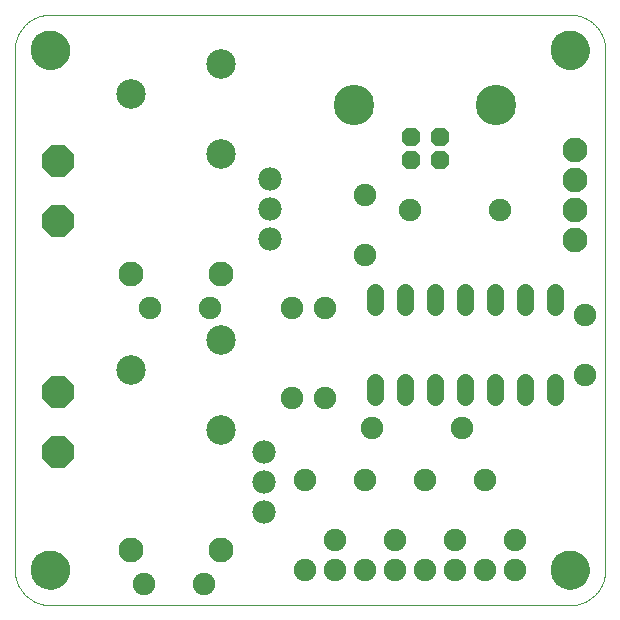
<source format=gbs>
G75*
%MOIN*%
%OFA0B0*%
%FSLAX25Y25*%
%IPPOS*%
%LPD*%
%AMOC8*
5,1,8,0,0,1.08239X$1,22.5*
%
%ADD10C,0.00000*%
%ADD11C,0.12998*%
%ADD12C,0.07487*%
%ADD13C,0.05600*%
%ADD14OC8,0.06140*%
%ADD15C,0.13455*%
%ADD16C,0.08274*%
%ADD17C,0.09849*%
%ADD18OC8,0.10400*%
%ADD19C,0.07800*%
D10*
X0005724Y0017535D02*
X0005724Y0190764D01*
X0011236Y0190764D02*
X0011238Y0190922D01*
X0011244Y0191080D01*
X0011254Y0191238D01*
X0011268Y0191396D01*
X0011286Y0191553D01*
X0011307Y0191710D01*
X0011333Y0191866D01*
X0011363Y0192022D01*
X0011396Y0192177D01*
X0011434Y0192330D01*
X0011475Y0192483D01*
X0011520Y0192635D01*
X0011569Y0192786D01*
X0011622Y0192935D01*
X0011678Y0193083D01*
X0011738Y0193229D01*
X0011802Y0193374D01*
X0011870Y0193517D01*
X0011941Y0193659D01*
X0012015Y0193799D01*
X0012093Y0193936D01*
X0012175Y0194072D01*
X0012259Y0194206D01*
X0012348Y0194337D01*
X0012439Y0194466D01*
X0012534Y0194593D01*
X0012631Y0194718D01*
X0012732Y0194840D01*
X0012836Y0194959D01*
X0012943Y0195076D01*
X0013053Y0195190D01*
X0013166Y0195301D01*
X0013281Y0195410D01*
X0013399Y0195515D01*
X0013520Y0195617D01*
X0013643Y0195717D01*
X0013769Y0195813D01*
X0013897Y0195906D01*
X0014027Y0195996D01*
X0014160Y0196082D01*
X0014295Y0196166D01*
X0014431Y0196245D01*
X0014570Y0196322D01*
X0014711Y0196394D01*
X0014853Y0196464D01*
X0014997Y0196529D01*
X0015143Y0196591D01*
X0015290Y0196649D01*
X0015439Y0196704D01*
X0015589Y0196755D01*
X0015740Y0196802D01*
X0015892Y0196845D01*
X0016045Y0196884D01*
X0016200Y0196920D01*
X0016355Y0196951D01*
X0016511Y0196979D01*
X0016667Y0197003D01*
X0016824Y0197023D01*
X0016982Y0197039D01*
X0017139Y0197051D01*
X0017298Y0197059D01*
X0017456Y0197063D01*
X0017614Y0197063D01*
X0017772Y0197059D01*
X0017931Y0197051D01*
X0018088Y0197039D01*
X0018246Y0197023D01*
X0018403Y0197003D01*
X0018559Y0196979D01*
X0018715Y0196951D01*
X0018870Y0196920D01*
X0019025Y0196884D01*
X0019178Y0196845D01*
X0019330Y0196802D01*
X0019481Y0196755D01*
X0019631Y0196704D01*
X0019780Y0196649D01*
X0019927Y0196591D01*
X0020073Y0196529D01*
X0020217Y0196464D01*
X0020359Y0196394D01*
X0020500Y0196322D01*
X0020639Y0196245D01*
X0020775Y0196166D01*
X0020910Y0196082D01*
X0021043Y0195996D01*
X0021173Y0195906D01*
X0021301Y0195813D01*
X0021427Y0195717D01*
X0021550Y0195617D01*
X0021671Y0195515D01*
X0021789Y0195410D01*
X0021904Y0195301D01*
X0022017Y0195190D01*
X0022127Y0195076D01*
X0022234Y0194959D01*
X0022338Y0194840D01*
X0022439Y0194718D01*
X0022536Y0194593D01*
X0022631Y0194466D01*
X0022722Y0194337D01*
X0022811Y0194206D01*
X0022895Y0194072D01*
X0022977Y0193936D01*
X0023055Y0193799D01*
X0023129Y0193659D01*
X0023200Y0193517D01*
X0023268Y0193374D01*
X0023332Y0193229D01*
X0023392Y0193083D01*
X0023448Y0192935D01*
X0023501Y0192786D01*
X0023550Y0192635D01*
X0023595Y0192483D01*
X0023636Y0192330D01*
X0023674Y0192177D01*
X0023707Y0192022D01*
X0023737Y0191866D01*
X0023763Y0191710D01*
X0023784Y0191553D01*
X0023802Y0191396D01*
X0023816Y0191238D01*
X0023826Y0191080D01*
X0023832Y0190922D01*
X0023834Y0190764D01*
X0023832Y0190606D01*
X0023826Y0190448D01*
X0023816Y0190290D01*
X0023802Y0190132D01*
X0023784Y0189975D01*
X0023763Y0189818D01*
X0023737Y0189662D01*
X0023707Y0189506D01*
X0023674Y0189351D01*
X0023636Y0189198D01*
X0023595Y0189045D01*
X0023550Y0188893D01*
X0023501Y0188742D01*
X0023448Y0188593D01*
X0023392Y0188445D01*
X0023332Y0188299D01*
X0023268Y0188154D01*
X0023200Y0188011D01*
X0023129Y0187869D01*
X0023055Y0187729D01*
X0022977Y0187592D01*
X0022895Y0187456D01*
X0022811Y0187322D01*
X0022722Y0187191D01*
X0022631Y0187062D01*
X0022536Y0186935D01*
X0022439Y0186810D01*
X0022338Y0186688D01*
X0022234Y0186569D01*
X0022127Y0186452D01*
X0022017Y0186338D01*
X0021904Y0186227D01*
X0021789Y0186118D01*
X0021671Y0186013D01*
X0021550Y0185911D01*
X0021427Y0185811D01*
X0021301Y0185715D01*
X0021173Y0185622D01*
X0021043Y0185532D01*
X0020910Y0185446D01*
X0020775Y0185362D01*
X0020639Y0185283D01*
X0020500Y0185206D01*
X0020359Y0185134D01*
X0020217Y0185064D01*
X0020073Y0184999D01*
X0019927Y0184937D01*
X0019780Y0184879D01*
X0019631Y0184824D01*
X0019481Y0184773D01*
X0019330Y0184726D01*
X0019178Y0184683D01*
X0019025Y0184644D01*
X0018870Y0184608D01*
X0018715Y0184577D01*
X0018559Y0184549D01*
X0018403Y0184525D01*
X0018246Y0184505D01*
X0018088Y0184489D01*
X0017931Y0184477D01*
X0017772Y0184469D01*
X0017614Y0184465D01*
X0017456Y0184465D01*
X0017298Y0184469D01*
X0017139Y0184477D01*
X0016982Y0184489D01*
X0016824Y0184505D01*
X0016667Y0184525D01*
X0016511Y0184549D01*
X0016355Y0184577D01*
X0016200Y0184608D01*
X0016045Y0184644D01*
X0015892Y0184683D01*
X0015740Y0184726D01*
X0015589Y0184773D01*
X0015439Y0184824D01*
X0015290Y0184879D01*
X0015143Y0184937D01*
X0014997Y0184999D01*
X0014853Y0185064D01*
X0014711Y0185134D01*
X0014570Y0185206D01*
X0014431Y0185283D01*
X0014295Y0185362D01*
X0014160Y0185446D01*
X0014027Y0185532D01*
X0013897Y0185622D01*
X0013769Y0185715D01*
X0013643Y0185811D01*
X0013520Y0185911D01*
X0013399Y0186013D01*
X0013281Y0186118D01*
X0013166Y0186227D01*
X0013053Y0186338D01*
X0012943Y0186452D01*
X0012836Y0186569D01*
X0012732Y0186688D01*
X0012631Y0186810D01*
X0012534Y0186935D01*
X0012439Y0187062D01*
X0012348Y0187191D01*
X0012259Y0187322D01*
X0012175Y0187456D01*
X0012093Y0187592D01*
X0012015Y0187729D01*
X0011941Y0187869D01*
X0011870Y0188011D01*
X0011802Y0188154D01*
X0011738Y0188299D01*
X0011678Y0188445D01*
X0011622Y0188593D01*
X0011569Y0188742D01*
X0011520Y0188893D01*
X0011475Y0189045D01*
X0011434Y0189198D01*
X0011396Y0189351D01*
X0011363Y0189506D01*
X0011333Y0189662D01*
X0011307Y0189818D01*
X0011286Y0189975D01*
X0011268Y0190132D01*
X0011254Y0190290D01*
X0011244Y0190448D01*
X0011238Y0190606D01*
X0011236Y0190764D01*
X0005724Y0190764D02*
X0005727Y0191049D01*
X0005738Y0191335D01*
X0005755Y0191620D01*
X0005779Y0191904D01*
X0005810Y0192188D01*
X0005848Y0192471D01*
X0005893Y0192752D01*
X0005944Y0193033D01*
X0006002Y0193313D01*
X0006067Y0193591D01*
X0006139Y0193867D01*
X0006217Y0194141D01*
X0006302Y0194414D01*
X0006394Y0194684D01*
X0006492Y0194952D01*
X0006596Y0195218D01*
X0006707Y0195481D01*
X0006824Y0195741D01*
X0006947Y0195999D01*
X0007077Y0196253D01*
X0007213Y0196504D01*
X0007354Y0196752D01*
X0007502Y0196996D01*
X0007655Y0197237D01*
X0007815Y0197473D01*
X0007980Y0197706D01*
X0008150Y0197935D01*
X0008326Y0198160D01*
X0008508Y0198380D01*
X0008694Y0198596D01*
X0008886Y0198807D01*
X0009083Y0199014D01*
X0009285Y0199216D01*
X0009492Y0199413D01*
X0009703Y0199605D01*
X0009919Y0199791D01*
X0010139Y0199973D01*
X0010364Y0200149D01*
X0010593Y0200319D01*
X0010826Y0200484D01*
X0011062Y0200644D01*
X0011303Y0200797D01*
X0011547Y0200945D01*
X0011795Y0201086D01*
X0012046Y0201222D01*
X0012300Y0201352D01*
X0012558Y0201475D01*
X0012818Y0201592D01*
X0013081Y0201703D01*
X0013347Y0201807D01*
X0013615Y0201905D01*
X0013885Y0201997D01*
X0014158Y0202082D01*
X0014432Y0202160D01*
X0014708Y0202232D01*
X0014986Y0202297D01*
X0015266Y0202355D01*
X0015547Y0202406D01*
X0015828Y0202451D01*
X0016111Y0202489D01*
X0016395Y0202520D01*
X0016679Y0202544D01*
X0016964Y0202561D01*
X0017250Y0202572D01*
X0017535Y0202575D01*
X0190764Y0202575D01*
X0184465Y0190764D02*
X0184467Y0190922D01*
X0184473Y0191080D01*
X0184483Y0191238D01*
X0184497Y0191396D01*
X0184515Y0191553D01*
X0184536Y0191710D01*
X0184562Y0191866D01*
X0184592Y0192022D01*
X0184625Y0192177D01*
X0184663Y0192330D01*
X0184704Y0192483D01*
X0184749Y0192635D01*
X0184798Y0192786D01*
X0184851Y0192935D01*
X0184907Y0193083D01*
X0184967Y0193229D01*
X0185031Y0193374D01*
X0185099Y0193517D01*
X0185170Y0193659D01*
X0185244Y0193799D01*
X0185322Y0193936D01*
X0185404Y0194072D01*
X0185488Y0194206D01*
X0185577Y0194337D01*
X0185668Y0194466D01*
X0185763Y0194593D01*
X0185860Y0194718D01*
X0185961Y0194840D01*
X0186065Y0194959D01*
X0186172Y0195076D01*
X0186282Y0195190D01*
X0186395Y0195301D01*
X0186510Y0195410D01*
X0186628Y0195515D01*
X0186749Y0195617D01*
X0186872Y0195717D01*
X0186998Y0195813D01*
X0187126Y0195906D01*
X0187256Y0195996D01*
X0187389Y0196082D01*
X0187524Y0196166D01*
X0187660Y0196245D01*
X0187799Y0196322D01*
X0187940Y0196394D01*
X0188082Y0196464D01*
X0188226Y0196529D01*
X0188372Y0196591D01*
X0188519Y0196649D01*
X0188668Y0196704D01*
X0188818Y0196755D01*
X0188969Y0196802D01*
X0189121Y0196845D01*
X0189274Y0196884D01*
X0189429Y0196920D01*
X0189584Y0196951D01*
X0189740Y0196979D01*
X0189896Y0197003D01*
X0190053Y0197023D01*
X0190211Y0197039D01*
X0190368Y0197051D01*
X0190527Y0197059D01*
X0190685Y0197063D01*
X0190843Y0197063D01*
X0191001Y0197059D01*
X0191160Y0197051D01*
X0191317Y0197039D01*
X0191475Y0197023D01*
X0191632Y0197003D01*
X0191788Y0196979D01*
X0191944Y0196951D01*
X0192099Y0196920D01*
X0192254Y0196884D01*
X0192407Y0196845D01*
X0192559Y0196802D01*
X0192710Y0196755D01*
X0192860Y0196704D01*
X0193009Y0196649D01*
X0193156Y0196591D01*
X0193302Y0196529D01*
X0193446Y0196464D01*
X0193588Y0196394D01*
X0193729Y0196322D01*
X0193868Y0196245D01*
X0194004Y0196166D01*
X0194139Y0196082D01*
X0194272Y0195996D01*
X0194402Y0195906D01*
X0194530Y0195813D01*
X0194656Y0195717D01*
X0194779Y0195617D01*
X0194900Y0195515D01*
X0195018Y0195410D01*
X0195133Y0195301D01*
X0195246Y0195190D01*
X0195356Y0195076D01*
X0195463Y0194959D01*
X0195567Y0194840D01*
X0195668Y0194718D01*
X0195765Y0194593D01*
X0195860Y0194466D01*
X0195951Y0194337D01*
X0196040Y0194206D01*
X0196124Y0194072D01*
X0196206Y0193936D01*
X0196284Y0193799D01*
X0196358Y0193659D01*
X0196429Y0193517D01*
X0196497Y0193374D01*
X0196561Y0193229D01*
X0196621Y0193083D01*
X0196677Y0192935D01*
X0196730Y0192786D01*
X0196779Y0192635D01*
X0196824Y0192483D01*
X0196865Y0192330D01*
X0196903Y0192177D01*
X0196936Y0192022D01*
X0196966Y0191866D01*
X0196992Y0191710D01*
X0197013Y0191553D01*
X0197031Y0191396D01*
X0197045Y0191238D01*
X0197055Y0191080D01*
X0197061Y0190922D01*
X0197063Y0190764D01*
X0197061Y0190606D01*
X0197055Y0190448D01*
X0197045Y0190290D01*
X0197031Y0190132D01*
X0197013Y0189975D01*
X0196992Y0189818D01*
X0196966Y0189662D01*
X0196936Y0189506D01*
X0196903Y0189351D01*
X0196865Y0189198D01*
X0196824Y0189045D01*
X0196779Y0188893D01*
X0196730Y0188742D01*
X0196677Y0188593D01*
X0196621Y0188445D01*
X0196561Y0188299D01*
X0196497Y0188154D01*
X0196429Y0188011D01*
X0196358Y0187869D01*
X0196284Y0187729D01*
X0196206Y0187592D01*
X0196124Y0187456D01*
X0196040Y0187322D01*
X0195951Y0187191D01*
X0195860Y0187062D01*
X0195765Y0186935D01*
X0195668Y0186810D01*
X0195567Y0186688D01*
X0195463Y0186569D01*
X0195356Y0186452D01*
X0195246Y0186338D01*
X0195133Y0186227D01*
X0195018Y0186118D01*
X0194900Y0186013D01*
X0194779Y0185911D01*
X0194656Y0185811D01*
X0194530Y0185715D01*
X0194402Y0185622D01*
X0194272Y0185532D01*
X0194139Y0185446D01*
X0194004Y0185362D01*
X0193868Y0185283D01*
X0193729Y0185206D01*
X0193588Y0185134D01*
X0193446Y0185064D01*
X0193302Y0184999D01*
X0193156Y0184937D01*
X0193009Y0184879D01*
X0192860Y0184824D01*
X0192710Y0184773D01*
X0192559Y0184726D01*
X0192407Y0184683D01*
X0192254Y0184644D01*
X0192099Y0184608D01*
X0191944Y0184577D01*
X0191788Y0184549D01*
X0191632Y0184525D01*
X0191475Y0184505D01*
X0191317Y0184489D01*
X0191160Y0184477D01*
X0191001Y0184469D01*
X0190843Y0184465D01*
X0190685Y0184465D01*
X0190527Y0184469D01*
X0190368Y0184477D01*
X0190211Y0184489D01*
X0190053Y0184505D01*
X0189896Y0184525D01*
X0189740Y0184549D01*
X0189584Y0184577D01*
X0189429Y0184608D01*
X0189274Y0184644D01*
X0189121Y0184683D01*
X0188969Y0184726D01*
X0188818Y0184773D01*
X0188668Y0184824D01*
X0188519Y0184879D01*
X0188372Y0184937D01*
X0188226Y0184999D01*
X0188082Y0185064D01*
X0187940Y0185134D01*
X0187799Y0185206D01*
X0187660Y0185283D01*
X0187524Y0185362D01*
X0187389Y0185446D01*
X0187256Y0185532D01*
X0187126Y0185622D01*
X0186998Y0185715D01*
X0186872Y0185811D01*
X0186749Y0185911D01*
X0186628Y0186013D01*
X0186510Y0186118D01*
X0186395Y0186227D01*
X0186282Y0186338D01*
X0186172Y0186452D01*
X0186065Y0186569D01*
X0185961Y0186688D01*
X0185860Y0186810D01*
X0185763Y0186935D01*
X0185668Y0187062D01*
X0185577Y0187191D01*
X0185488Y0187322D01*
X0185404Y0187456D01*
X0185322Y0187592D01*
X0185244Y0187729D01*
X0185170Y0187869D01*
X0185099Y0188011D01*
X0185031Y0188154D01*
X0184967Y0188299D01*
X0184907Y0188445D01*
X0184851Y0188593D01*
X0184798Y0188742D01*
X0184749Y0188893D01*
X0184704Y0189045D01*
X0184663Y0189198D01*
X0184625Y0189351D01*
X0184592Y0189506D01*
X0184562Y0189662D01*
X0184536Y0189818D01*
X0184515Y0189975D01*
X0184497Y0190132D01*
X0184483Y0190290D01*
X0184473Y0190448D01*
X0184467Y0190606D01*
X0184465Y0190764D01*
X0190764Y0202575D02*
X0191049Y0202572D01*
X0191335Y0202561D01*
X0191620Y0202544D01*
X0191904Y0202520D01*
X0192188Y0202489D01*
X0192471Y0202451D01*
X0192752Y0202406D01*
X0193033Y0202355D01*
X0193313Y0202297D01*
X0193591Y0202232D01*
X0193867Y0202160D01*
X0194141Y0202082D01*
X0194414Y0201997D01*
X0194684Y0201905D01*
X0194952Y0201807D01*
X0195218Y0201703D01*
X0195481Y0201592D01*
X0195741Y0201475D01*
X0195999Y0201352D01*
X0196253Y0201222D01*
X0196504Y0201086D01*
X0196752Y0200945D01*
X0196996Y0200797D01*
X0197237Y0200644D01*
X0197473Y0200484D01*
X0197706Y0200319D01*
X0197935Y0200149D01*
X0198160Y0199973D01*
X0198380Y0199791D01*
X0198596Y0199605D01*
X0198807Y0199413D01*
X0199014Y0199216D01*
X0199216Y0199014D01*
X0199413Y0198807D01*
X0199605Y0198596D01*
X0199791Y0198380D01*
X0199973Y0198160D01*
X0200149Y0197935D01*
X0200319Y0197706D01*
X0200484Y0197473D01*
X0200644Y0197237D01*
X0200797Y0196996D01*
X0200945Y0196752D01*
X0201086Y0196504D01*
X0201222Y0196253D01*
X0201352Y0195999D01*
X0201475Y0195741D01*
X0201592Y0195481D01*
X0201703Y0195218D01*
X0201807Y0194952D01*
X0201905Y0194684D01*
X0201997Y0194414D01*
X0202082Y0194141D01*
X0202160Y0193867D01*
X0202232Y0193591D01*
X0202297Y0193313D01*
X0202355Y0193033D01*
X0202406Y0192752D01*
X0202451Y0192471D01*
X0202489Y0192188D01*
X0202520Y0191904D01*
X0202544Y0191620D01*
X0202561Y0191335D01*
X0202572Y0191049D01*
X0202575Y0190764D01*
X0202575Y0017535D01*
X0184465Y0017535D02*
X0184467Y0017693D01*
X0184473Y0017851D01*
X0184483Y0018009D01*
X0184497Y0018167D01*
X0184515Y0018324D01*
X0184536Y0018481D01*
X0184562Y0018637D01*
X0184592Y0018793D01*
X0184625Y0018948D01*
X0184663Y0019101D01*
X0184704Y0019254D01*
X0184749Y0019406D01*
X0184798Y0019557D01*
X0184851Y0019706D01*
X0184907Y0019854D01*
X0184967Y0020000D01*
X0185031Y0020145D01*
X0185099Y0020288D01*
X0185170Y0020430D01*
X0185244Y0020570D01*
X0185322Y0020707D01*
X0185404Y0020843D01*
X0185488Y0020977D01*
X0185577Y0021108D01*
X0185668Y0021237D01*
X0185763Y0021364D01*
X0185860Y0021489D01*
X0185961Y0021611D01*
X0186065Y0021730D01*
X0186172Y0021847D01*
X0186282Y0021961D01*
X0186395Y0022072D01*
X0186510Y0022181D01*
X0186628Y0022286D01*
X0186749Y0022388D01*
X0186872Y0022488D01*
X0186998Y0022584D01*
X0187126Y0022677D01*
X0187256Y0022767D01*
X0187389Y0022853D01*
X0187524Y0022937D01*
X0187660Y0023016D01*
X0187799Y0023093D01*
X0187940Y0023165D01*
X0188082Y0023235D01*
X0188226Y0023300D01*
X0188372Y0023362D01*
X0188519Y0023420D01*
X0188668Y0023475D01*
X0188818Y0023526D01*
X0188969Y0023573D01*
X0189121Y0023616D01*
X0189274Y0023655D01*
X0189429Y0023691D01*
X0189584Y0023722D01*
X0189740Y0023750D01*
X0189896Y0023774D01*
X0190053Y0023794D01*
X0190211Y0023810D01*
X0190368Y0023822D01*
X0190527Y0023830D01*
X0190685Y0023834D01*
X0190843Y0023834D01*
X0191001Y0023830D01*
X0191160Y0023822D01*
X0191317Y0023810D01*
X0191475Y0023794D01*
X0191632Y0023774D01*
X0191788Y0023750D01*
X0191944Y0023722D01*
X0192099Y0023691D01*
X0192254Y0023655D01*
X0192407Y0023616D01*
X0192559Y0023573D01*
X0192710Y0023526D01*
X0192860Y0023475D01*
X0193009Y0023420D01*
X0193156Y0023362D01*
X0193302Y0023300D01*
X0193446Y0023235D01*
X0193588Y0023165D01*
X0193729Y0023093D01*
X0193868Y0023016D01*
X0194004Y0022937D01*
X0194139Y0022853D01*
X0194272Y0022767D01*
X0194402Y0022677D01*
X0194530Y0022584D01*
X0194656Y0022488D01*
X0194779Y0022388D01*
X0194900Y0022286D01*
X0195018Y0022181D01*
X0195133Y0022072D01*
X0195246Y0021961D01*
X0195356Y0021847D01*
X0195463Y0021730D01*
X0195567Y0021611D01*
X0195668Y0021489D01*
X0195765Y0021364D01*
X0195860Y0021237D01*
X0195951Y0021108D01*
X0196040Y0020977D01*
X0196124Y0020843D01*
X0196206Y0020707D01*
X0196284Y0020570D01*
X0196358Y0020430D01*
X0196429Y0020288D01*
X0196497Y0020145D01*
X0196561Y0020000D01*
X0196621Y0019854D01*
X0196677Y0019706D01*
X0196730Y0019557D01*
X0196779Y0019406D01*
X0196824Y0019254D01*
X0196865Y0019101D01*
X0196903Y0018948D01*
X0196936Y0018793D01*
X0196966Y0018637D01*
X0196992Y0018481D01*
X0197013Y0018324D01*
X0197031Y0018167D01*
X0197045Y0018009D01*
X0197055Y0017851D01*
X0197061Y0017693D01*
X0197063Y0017535D01*
X0197061Y0017377D01*
X0197055Y0017219D01*
X0197045Y0017061D01*
X0197031Y0016903D01*
X0197013Y0016746D01*
X0196992Y0016589D01*
X0196966Y0016433D01*
X0196936Y0016277D01*
X0196903Y0016122D01*
X0196865Y0015969D01*
X0196824Y0015816D01*
X0196779Y0015664D01*
X0196730Y0015513D01*
X0196677Y0015364D01*
X0196621Y0015216D01*
X0196561Y0015070D01*
X0196497Y0014925D01*
X0196429Y0014782D01*
X0196358Y0014640D01*
X0196284Y0014500D01*
X0196206Y0014363D01*
X0196124Y0014227D01*
X0196040Y0014093D01*
X0195951Y0013962D01*
X0195860Y0013833D01*
X0195765Y0013706D01*
X0195668Y0013581D01*
X0195567Y0013459D01*
X0195463Y0013340D01*
X0195356Y0013223D01*
X0195246Y0013109D01*
X0195133Y0012998D01*
X0195018Y0012889D01*
X0194900Y0012784D01*
X0194779Y0012682D01*
X0194656Y0012582D01*
X0194530Y0012486D01*
X0194402Y0012393D01*
X0194272Y0012303D01*
X0194139Y0012217D01*
X0194004Y0012133D01*
X0193868Y0012054D01*
X0193729Y0011977D01*
X0193588Y0011905D01*
X0193446Y0011835D01*
X0193302Y0011770D01*
X0193156Y0011708D01*
X0193009Y0011650D01*
X0192860Y0011595D01*
X0192710Y0011544D01*
X0192559Y0011497D01*
X0192407Y0011454D01*
X0192254Y0011415D01*
X0192099Y0011379D01*
X0191944Y0011348D01*
X0191788Y0011320D01*
X0191632Y0011296D01*
X0191475Y0011276D01*
X0191317Y0011260D01*
X0191160Y0011248D01*
X0191001Y0011240D01*
X0190843Y0011236D01*
X0190685Y0011236D01*
X0190527Y0011240D01*
X0190368Y0011248D01*
X0190211Y0011260D01*
X0190053Y0011276D01*
X0189896Y0011296D01*
X0189740Y0011320D01*
X0189584Y0011348D01*
X0189429Y0011379D01*
X0189274Y0011415D01*
X0189121Y0011454D01*
X0188969Y0011497D01*
X0188818Y0011544D01*
X0188668Y0011595D01*
X0188519Y0011650D01*
X0188372Y0011708D01*
X0188226Y0011770D01*
X0188082Y0011835D01*
X0187940Y0011905D01*
X0187799Y0011977D01*
X0187660Y0012054D01*
X0187524Y0012133D01*
X0187389Y0012217D01*
X0187256Y0012303D01*
X0187126Y0012393D01*
X0186998Y0012486D01*
X0186872Y0012582D01*
X0186749Y0012682D01*
X0186628Y0012784D01*
X0186510Y0012889D01*
X0186395Y0012998D01*
X0186282Y0013109D01*
X0186172Y0013223D01*
X0186065Y0013340D01*
X0185961Y0013459D01*
X0185860Y0013581D01*
X0185763Y0013706D01*
X0185668Y0013833D01*
X0185577Y0013962D01*
X0185488Y0014093D01*
X0185404Y0014227D01*
X0185322Y0014363D01*
X0185244Y0014500D01*
X0185170Y0014640D01*
X0185099Y0014782D01*
X0185031Y0014925D01*
X0184967Y0015070D01*
X0184907Y0015216D01*
X0184851Y0015364D01*
X0184798Y0015513D01*
X0184749Y0015664D01*
X0184704Y0015816D01*
X0184663Y0015969D01*
X0184625Y0016122D01*
X0184592Y0016277D01*
X0184562Y0016433D01*
X0184536Y0016589D01*
X0184515Y0016746D01*
X0184497Y0016903D01*
X0184483Y0017061D01*
X0184473Y0017219D01*
X0184467Y0017377D01*
X0184465Y0017535D01*
X0190764Y0005724D02*
X0191049Y0005727D01*
X0191335Y0005738D01*
X0191620Y0005755D01*
X0191904Y0005779D01*
X0192188Y0005810D01*
X0192471Y0005848D01*
X0192752Y0005893D01*
X0193033Y0005944D01*
X0193313Y0006002D01*
X0193591Y0006067D01*
X0193867Y0006139D01*
X0194141Y0006217D01*
X0194414Y0006302D01*
X0194684Y0006394D01*
X0194952Y0006492D01*
X0195218Y0006596D01*
X0195481Y0006707D01*
X0195741Y0006824D01*
X0195999Y0006947D01*
X0196253Y0007077D01*
X0196504Y0007213D01*
X0196752Y0007354D01*
X0196996Y0007502D01*
X0197237Y0007655D01*
X0197473Y0007815D01*
X0197706Y0007980D01*
X0197935Y0008150D01*
X0198160Y0008326D01*
X0198380Y0008508D01*
X0198596Y0008694D01*
X0198807Y0008886D01*
X0199014Y0009083D01*
X0199216Y0009285D01*
X0199413Y0009492D01*
X0199605Y0009703D01*
X0199791Y0009919D01*
X0199973Y0010139D01*
X0200149Y0010364D01*
X0200319Y0010593D01*
X0200484Y0010826D01*
X0200644Y0011062D01*
X0200797Y0011303D01*
X0200945Y0011547D01*
X0201086Y0011795D01*
X0201222Y0012046D01*
X0201352Y0012300D01*
X0201475Y0012558D01*
X0201592Y0012818D01*
X0201703Y0013081D01*
X0201807Y0013347D01*
X0201905Y0013615D01*
X0201997Y0013885D01*
X0202082Y0014158D01*
X0202160Y0014432D01*
X0202232Y0014708D01*
X0202297Y0014986D01*
X0202355Y0015266D01*
X0202406Y0015547D01*
X0202451Y0015828D01*
X0202489Y0016111D01*
X0202520Y0016395D01*
X0202544Y0016679D01*
X0202561Y0016964D01*
X0202572Y0017250D01*
X0202575Y0017535D01*
X0190764Y0005724D02*
X0017535Y0005724D01*
X0011236Y0017535D02*
X0011238Y0017693D01*
X0011244Y0017851D01*
X0011254Y0018009D01*
X0011268Y0018167D01*
X0011286Y0018324D01*
X0011307Y0018481D01*
X0011333Y0018637D01*
X0011363Y0018793D01*
X0011396Y0018948D01*
X0011434Y0019101D01*
X0011475Y0019254D01*
X0011520Y0019406D01*
X0011569Y0019557D01*
X0011622Y0019706D01*
X0011678Y0019854D01*
X0011738Y0020000D01*
X0011802Y0020145D01*
X0011870Y0020288D01*
X0011941Y0020430D01*
X0012015Y0020570D01*
X0012093Y0020707D01*
X0012175Y0020843D01*
X0012259Y0020977D01*
X0012348Y0021108D01*
X0012439Y0021237D01*
X0012534Y0021364D01*
X0012631Y0021489D01*
X0012732Y0021611D01*
X0012836Y0021730D01*
X0012943Y0021847D01*
X0013053Y0021961D01*
X0013166Y0022072D01*
X0013281Y0022181D01*
X0013399Y0022286D01*
X0013520Y0022388D01*
X0013643Y0022488D01*
X0013769Y0022584D01*
X0013897Y0022677D01*
X0014027Y0022767D01*
X0014160Y0022853D01*
X0014295Y0022937D01*
X0014431Y0023016D01*
X0014570Y0023093D01*
X0014711Y0023165D01*
X0014853Y0023235D01*
X0014997Y0023300D01*
X0015143Y0023362D01*
X0015290Y0023420D01*
X0015439Y0023475D01*
X0015589Y0023526D01*
X0015740Y0023573D01*
X0015892Y0023616D01*
X0016045Y0023655D01*
X0016200Y0023691D01*
X0016355Y0023722D01*
X0016511Y0023750D01*
X0016667Y0023774D01*
X0016824Y0023794D01*
X0016982Y0023810D01*
X0017139Y0023822D01*
X0017298Y0023830D01*
X0017456Y0023834D01*
X0017614Y0023834D01*
X0017772Y0023830D01*
X0017931Y0023822D01*
X0018088Y0023810D01*
X0018246Y0023794D01*
X0018403Y0023774D01*
X0018559Y0023750D01*
X0018715Y0023722D01*
X0018870Y0023691D01*
X0019025Y0023655D01*
X0019178Y0023616D01*
X0019330Y0023573D01*
X0019481Y0023526D01*
X0019631Y0023475D01*
X0019780Y0023420D01*
X0019927Y0023362D01*
X0020073Y0023300D01*
X0020217Y0023235D01*
X0020359Y0023165D01*
X0020500Y0023093D01*
X0020639Y0023016D01*
X0020775Y0022937D01*
X0020910Y0022853D01*
X0021043Y0022767D01*
X0021173Y0022677D01*
X0021301Y0022584D01*
X0021427Y0022488D01*
X0021550Y0022388D01*
X0021671Y0022286D01*
X0021789Y0022181D01*
X0021904Y0022072D01*
X0022017Y0021961D01*
X0022127Y0021847D01*
X0022234Y0021730D01*
X0022338Y0021611D01*
X0022439Y0021489D01*
X0022536Y0021364D01*
X0022631Y0021237D01*
X0022722Y0021108D01*
X0022811Y0020977D01*
X0022895Y0020843D01*
X0022977Y0020707D01*
X0023055Y0020570D01*
X0023129Y0020430D01*
X0023200Y0020288D01*
X0023268Y0020145D01*
X0023332Y0020000D01*
X0023392Y0019854D01*
X0023448Y0019706D01*
X0023501Y0019557D01*
X0023550Y0019406D01*
X0023595Y0019254D01*
X0023636Y0019101D01*
X0023674Y0018948D01*
X0023707Y0018793D01*
X0023737Y0018637D01*
X0023763Y0018481D01*
X0023784Y0018324D01*
X0023802Y0018167D01*
X0023816Y0018009D01*
X0023826Y0017851D01*
X0023832Y0017693D01*
X0023834Y0017535D01*
X0023832Y0017377D01*
X0023826Y0017219D01*
X0023816Y0017061D01*
X0023802Y0016903D01*
X0023784Y0016746D01*
X0023763Y0016589D01*
X0023737Y0016433D01*
X0023707Y0016277D01*
X0023674Y0016122D01*
X0023636Y0015969D01*
X0023595Y0015816D01*
X0023550Y0015664D01*
X0023501Y0015513D01*
X0023448Y0015364D01*
X0023392Y0015216D01*
X0023332Y0015070D01*
X0023268Y0014925D01*
X0023200Y0014782D01*
X0023129Y0014640D01*
X0023055Y0014500D01*
X0022977Y0014363D01*
X0022895Y0014227D01*
X0022811Y0014093D01*
X0022722Y0013962D01*
X0022631Y0013833D01*
X0022536Y0013706D01*
X0022439Y0013581D01*
X0022338Y0013459D01*
X0022234Y0013340D01*
X0022127Y0013223D01*
X0022017Y0013109D01*
X0021904Y0012998D01*
X0021789Y0012889D01*
X0021671Y0012784D01*
X0021550Y0012682D01*
X0021427Y0012582D01*
X0021301Y0012486D01*
X0021173Y0012393D01*
X0021043Y0012303D01*
X0020910Y0012217D01*
X0020775Y0012133D01*
X0020639Y0012054D01*
X0020500Y0011977D01*
X0020359Y0011905D01*
X0020217Y0011835D01*
X0020073Y0011770D01*
X0019927Y0011708D01*
X0019780Y0011650D01*
X0019631Y0011595D01*
X0019481Y0011544D01*
X0019330Y0011497D01*
X0019178Y0011454D01*
X0019025Y0011415D01*
X0018870Y0011379D01*
X0018715Y0011348D01*
X0018559Y0011320D01*
X0018403Y0011296D01*
X0018246Y0011276D01*
X0018088Y0011260D01*
X0017931Y0011248D01*
X0017772Y0011240D01*
X0017614Y0011236D01*
X0017456Y0011236D01*
X0017298Y0011240D01*
X0017139Y0011248D01*
X0016982Y0011260D01*
X0016824Y0011276D01*
X0016667Y0011296D01*
X0016511Y0011320D01*
X0016355Y0011348D01*
X0016200Y0011379D01*
X0016045Y0011415D01*
X0015892Y0011454D01*
X0015740Y0011497D01*
X0015589Y0011544D01*
X0015439Y0011595D01*
X0015290Y0011650D01*
X0015143Y0011708D01*
X0014997Y0011770D01*
X0014853Y0011835D01*
X0014711Y0011905D01*
X0014570Y0011977D01*
X0014431Y0012054D01*
X0014295Y0012133D01*
X0014160Y0012217D01*
X0014027Y0012303D01*
X0013897Y0012393D01*
X0013769Y0012486D01*
X0013643Y0012582D01*
X0013520Y0012682D01*
X0013399Y0012784D01*
X0013281Y0012889D01*
X0013166Y0012998D01*
X0013053Y0013109D01*
X0012943Y0013223D01*
X0012836Y0013340D01*
X0012732Y0013459D01*
X0012631Y0013581D01*
X0012534Y0013706D01*
X0012439Y0013833D01*
X0012348Y0013962D01*
X0012259Y0014093D01*
X0012175Y0014227D01*
X0012093Y0014363D01*
X0012015Y0014500D01*
X0011941Y0014640D01*
X0011870Y0014782D01*
X0011802Y0014925D01*
X0011738Y0015070D01*
X0011678Y0015216D01*
X0011622Y0015364D01*
X0011569Y0015513D01*
X0011520Y0015664D01*
X0011475Y0015816D01*
X0011434Y0015969D01*
X0011396Y0016122D01*
X0011363Y0016277D01*
X0011333Y0016433D01*
X0011307Y0016589D01*
X0011286Y0016746D01*
X0011268Y0016903D01*
X0011254Y0017061D01*
X0011244Y0017219D01*
X0011238Y0017377D01*
X0011236Y0017535D01*
X0005724Y0017535D02*
X0005727Y0017250D01*
X0005738Y0016964D01*
X0005755Y0016679D01*
X0005779Y0016395D01*
X0005810Y0016111D01*
X0005848Y0015828D01*
X0005893Y0015547D01*
X0005944Y0015266D01*
X0006002Y0014986D01*
X0006067Y0014708D01*
X0006139Y0014432D01*
X0006217Y0014158D01*
X0006302Y0013885D01*
X0006394Y0013615D01*
X0006492Y0013347D01*
X0006596Y0013081D01*
X0006707Y0012818D01*
X0006824Y0012558D01*
X0006947Y0012300D01*
X0007077Y0012046D01*
X0007213Y0011795D01*
X0007354Y0011547D01*
X0007502Y0011303D01*
X0007655Y0011062D01*
X0007815Y0010826D01*
X0007980Y0010593D01*
X0008150Y0010364D01*
X0008326Y0010139D01*
X0008508Y0009919D01*
X0008694Y0009703D01*
X0008886Y0009492D01*
X0009083Y0009285D01*
X0009285Y0009083D01*
X0009492Y0008886D01*
X0009703Y0008694D01*
X0009919Y0008508D01*
X0010139Y0008326D01*
X0010364Y0008150D01*
X0010593Y0007980D01*
X0010826Y0007815D01*
X0011062Y0007655D01*
X0011303Y0007502D01*
X0011547Y0007354D01*
X0011795Y0007213D01*
X0012046Y0007077D01*
X0012300Y0006947D01*
X0012558Y0006824D01*
X0012818Y0006707D01*
X0013081Y0006596D01*
X0013347Y0006492D01*
X0013615Y0006394D01*
X0013885Y0006302D01*
X0014158Y0006217D01*
X0014432Y0006139D01*
X0014708Y0006067D01*
X0014986Y0006002D01*
X0015266Y0005944D01*
X0015547Y0005893D01*
X0015828Y0005848D01*
X0016111Y0005810D01*
X0016395Y0005779D01*
X0016679Y0005755D01*
X0016964Y0005738D01*
X0017250Y0005727D01*
X0017535Y0005724D01*
D11*
X0017535Y0017535D03*
X0017535Y0190764D03*
X0190764Y0190764D03*
X0190764Y0017535D03*
D12*
X0172575Y0017575D03*
X0172575Y0027575D03*
X0162575Y0017575D03*
X0152575Y0017575D03*
X0152575Y0027575D03*
X0142575Y0017575D03*
X0132575Y0017575D03*
X0132575Y0027575D03*
X0122575Y0017575D03*
X0112575Y0017575D03*
X0112575Y0027575D03*
X0102575Y0017575D03*
X0102575Y0047575D03*
X0122575Y0047575D03*
X0124937Y0064937D03*
X0109012Y0074937D03*
X0098224Y0074937D03*
X0070724Y0104724D03*
X0050724Y0104724D03*
X0098224Y0104937D03*
X0109012Y0104937D03*
X0122575Y0122575D03*
X0137575Y0137575D03*
X0122575Y0142575D03*
X0167575Y0137575D03*
X0195724Y0102575D03*
X0195724Y0082575D03*
X0162575Y0047575D03*
X0154937Y0064937D03*
X0142575Y0047575D03*
X0068724Y0012724D03*
X0048724Y0012724D03*
D13*
X0125724Y0074975D02*
X0125724Y0080175D01*
X0135724Y0080175D02*
X0135724Y0074975D01*
X0145724Y0074975D02*
X0145724Y0080175D01*
X0155724Y0080175D02*
X0155724Y0074975D01*
X0165724Y0074975D02*
X0165724Y0080175D01*
X0175724Y0080175D02*
X0175724Y0074975D01*
X0185724Y0074975D02*
X0185724Y0080175D01*
X0185724Y0104975D02*
X0185724Y0110175D01*
X0175724Y0110175D02*
X0175724Y0104975D01*
X0165724Y0104975D02*
X0165724Y0110175D01*
X0155724Y0110175D02*
X0155724Y0104975D01*
X0145724Y0104975D02*
X0145724Y0110175D01*
X0135724Y0110175D02*
X0135724Y0104975D01*
X0125724Y0104975D02*
X0125724Y0110175D01*
D14*
X0137654Y0154031D03*
X0137654Y0161906D03*
X0147496Y0161906D03*
X0147496Y0154031D03*
D15*
X0166276Y0172575D03*
X0118874Y0172575D03*
D16*
X0074504Y0116291D03*
X0044504Y0116291D03*
X0044504Y0024291D03*
X0074504Y0024291D03*
X0192575Y0127575D03*
X0192575Y0137575D03*
X0192575Y0147575D03*
X0192575Y0157575D03*
D17*
X0074504Y0156291D03*
X0074504Y0186291D03*
X0044504Y0176291D03*
X0074504Y0094291D03*
X0074504Y0064291D03*
X0044504Y0084291D03*
D18*
X0020189Y0076724D03*
X0020189Y0056724D03*
X0020189Y0133724D03*
X0020189Y0153724D03*
D19*
X0090724Y0147724D03*
X0090724Y0137724D03*
X0090724Y0127724D03*
X0088724Y0056724D03*
X0088724Y0046724D03*
X0088724Y0036724D03*
M02*

</source>
